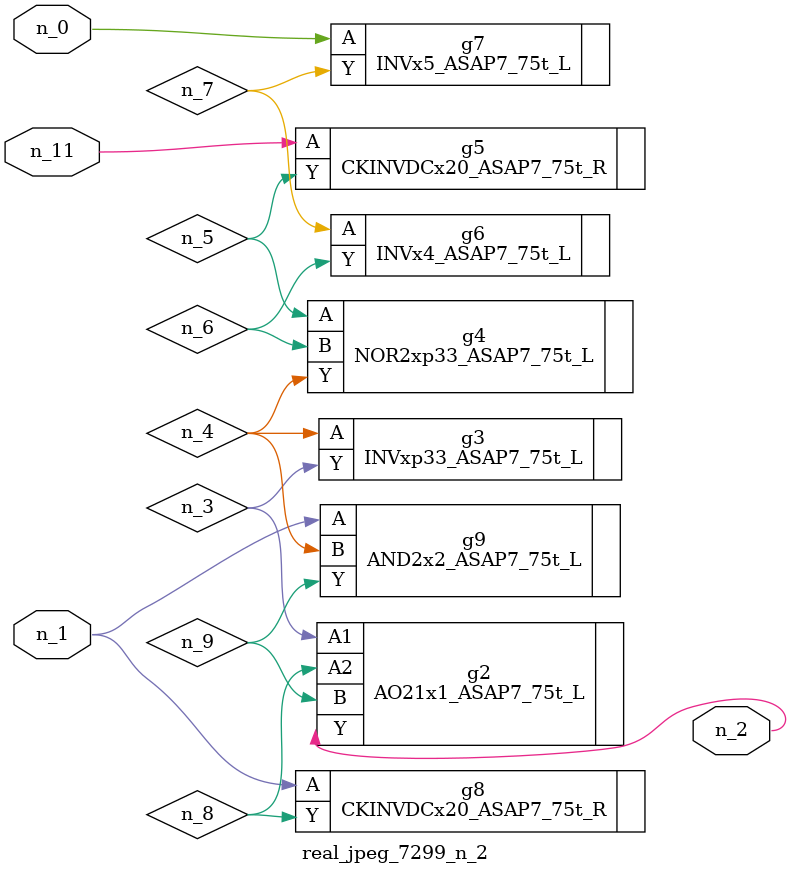
<source format=v>
module real_jpeg_7299_n_2 (n_1, n_11, n_0, n_2);

input n_1;
input n_11;
input n_0;

output n_2;

wire n_5;
wire n_8;
wire n_4;
wire n_6;
wire n_7;
wire n_3;
wire n_9;

INVx5_ASAP7_75t_L g7 ( 
.A(n_0),
.Y(n_7)
);

CKINVDCx20_ASAP7_75t_R g8 ( 
.A(n_1),
.Y(n_8)
);

AND2x2_ASAP7_75t_L g9 ( 
.A(n_1),
.B(n_4),
.Y(n_9)
);

AO21x1_ASAP7_75t_L g2 ( 
.A1(n_3),
.A2(n_8),
.B(n_9),
.Y(n_2)
);

INVxp33_ASAP7_75t_L g3 ( 
.A(n_4),
.Y(n_3)
);

NOR2xp33_ASAP7_75t_L g4 ( 
.A(n_5),
.B(n_6),
.Y(n_4)
);

INVx4_ASAP7_75t_L g6 ( 
.A(n_7),
.Y(n_6)
);

CKINVDCx20_ASAP7_75t_R g5 ( 
.A(n_11),
.Y(n_5)
);


endmodule
</source>
